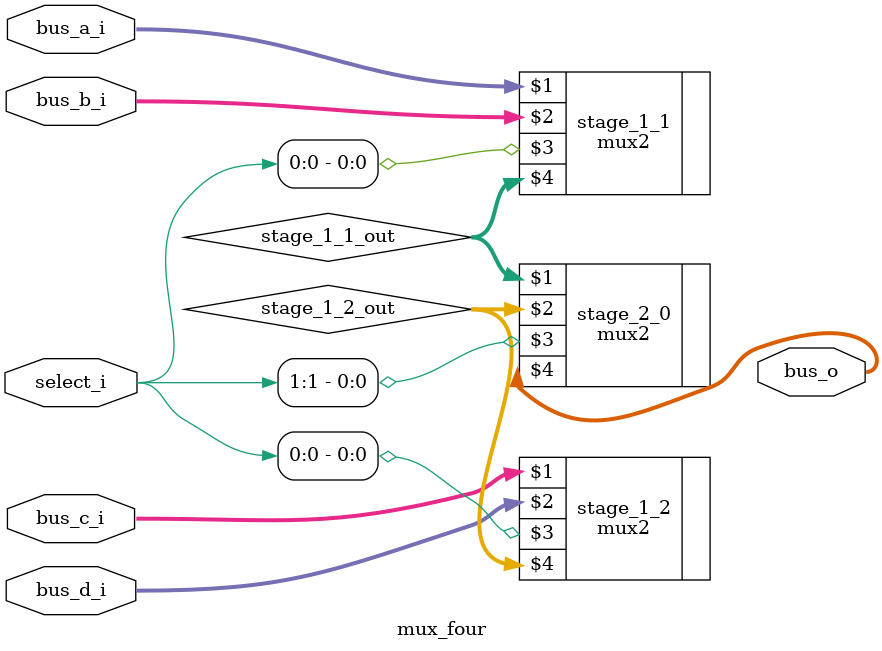
<source format=sv>
/* 
 *
 *
 * @file  mux_four.sv
 * @autor Luis Arturo Mora Granados
 * @date  14/09/2018
 * @src   Based on code found in Harris, D., & Harris, S. 
 *        Digital design and computer architecture. Elsevier. 2012.
 */

module mux_four #(WIDTH = 8)
(
     input logic [WIDTH-1:0] bus_a_i, bus_b_i, bus_c_i, bus_d_i,
     input logic [1:0]      select_i,
    output logic [WIDTH-1:0] bus_o
);

    logic[WIDTH-1:0] stage_1_1_out, stage_1_2_out;
    mux2 #(WIDTH) stage_1_1(bus_a_i, bus_b_i, select_i[0], stage_1_1_out);
    mux2 #(WIDTH) stage_1_2(bus_c_i, bus_d_i, select_i[0], stage_1_2_out);
    mux2 #(WIDTH) stage_2_0(stage_1_1_out, stage_1_2_out, select_i[1], bus_o);

endmodule

</source>
